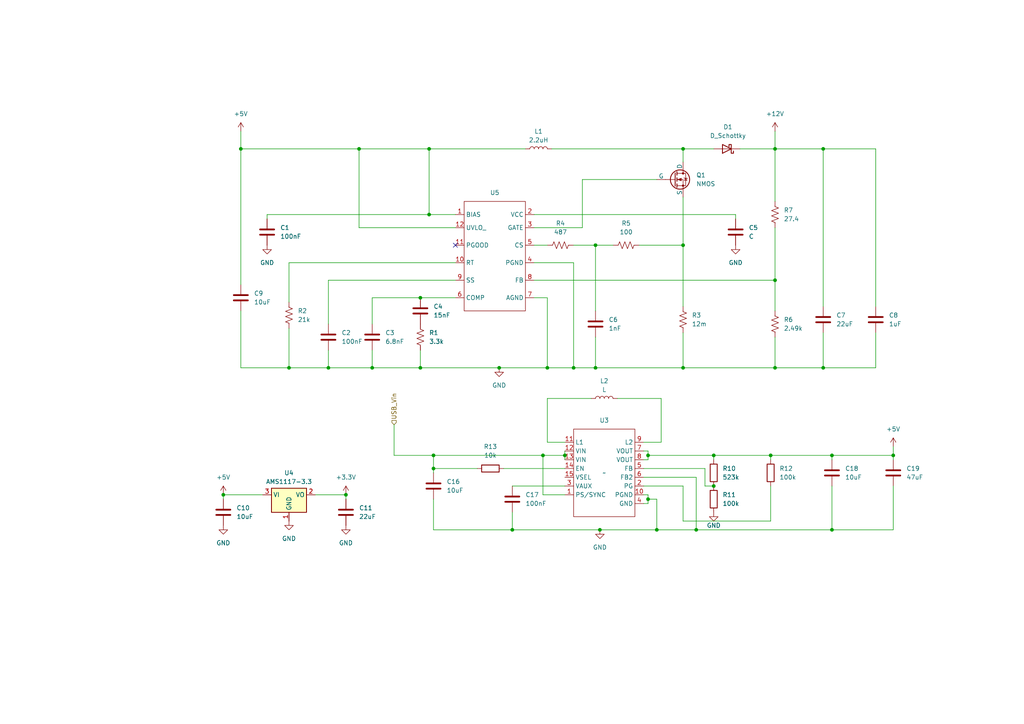
<source format=kicad_sch>
(kicad_sch (version 20230121) (generator eeschema)
  (paper "A4")
  (lib_symbols
    (symbol "Device:C" (pin_numbers hide) (pin_names (offset 0.254))
      (property "Reference" "C" (at 0.635 2.54 0))
      (property "Value" "C" (at 0.635 -2.54 0))
      (symbol "C_0_1"
        (polyline (pts (xy -2.032 -0.762) (xy 2.032 -0.762)) (stroke (width 0.508)))
        (polyline (pts (xy -2.032 0.762) (xy 2.032 0.762)) (stroke (width 0.508)))
      )
      (symbol "C_1_1"
        (pin passive line (at 0 3.81 270) (length 2.794) (name "~") (number "1"))
        (pin passive line (at 0 -3.81 90) (length 2.794) (name "~") (number "2"))
      )
    )
    (symbol "Device:D_Schottky" (pin_numbers hide) (pin_names (offset 1.016) hide)
      (property "Reference" "D" (at 0 2.54 0))
      (property "Value" "D_Schottky" (at 0 -2.54 0))
      (symbol "D_Schottky_0_1"
        (polyline (pts (xy 1.27 0) (xy -1.27 0)))
        (polyline (pts (xy 1.27 1.27) (xy 1.27 -1.27) (xy -1.27 0) (xy 1.27 1.27)) (stroke (width 0.254)))
        (polyline (pts (xy -1.905 0.635) (xy -1.905 1.27) (xy -1.27 1.27) (xy -1.27 -1.27) (xy -0.635 -1.27) (xy -0.635 -0.635)) (stroke (width 0.254)))
      )
      (symbol "D_Schottky_1_1"
        (pin passive line (at -3.81 0 0) (length 2.54) (name "K") (number "1"))
        (pin passive line (at 3.81 0 180) (length 2.54) (name "A") (number "2"))
      )
    )
    (symbol "Device:L" (pin_numbers hide) (pin_names (offset 1.016) hide)
      (property "Reference" "L" (at -1.27 0 90))
      (property "Value" "L" (at 1.905 0 90))
      (symbol "L_0_1"
        (arc (start 0 -2.54) (mid 0.6323 -1.905) (end 0 -1.27))
        (arc (start 0 -1.27) (mid 0.6323 -0.635) (end 0 0))
        (arc (start 0 0) (mid 0.6323 0.635) (end 0 1.27))
        (arc (start 0 1.27) (mid 0.6323 1.905) (end 0 2.54))
      )
      (symbol "L_1_1"
        (pin passive line (at 0 3.81 270) (length 1.27) (name "1") (number "1"))
        (pin passive line (at 0 -3.81 90) (length 1.27) (name "2") (number "2"))
      )
    )
    (symbol "Device:R" (pin_numbers hide) (pin_names (offset 0))
      (property "Reference" "R" (at 2.032 0 90))
      (property "Value" "R" (at 0 0 90))
      (symbol "R_0_1"
        (rectangle (start -1.016 -2.54) (end 1.016 2.54) (stroke (width 0.254)))
      )
      (symbol "R_1_1"
        (pin passive line (at 0 3.81 270) (length 1.27) (name "~") (number "1"))
        (pin passive line (at 0 -3.81 90) (length 1.27) (name "~") (number "2"))
      )
    )
    (symbol "Device:R_US" (pin_numbers hide) (pin_names (offset 0))
      (property "Reference" "R" (at 2.54 0 90))
      (property "Value" "R_US" (at -2.54 0 90))
      (symbol "R_US_0_1"
        (polyline (pts (xy 0 -2.286) (xy 0 -2.54)))
        (polyline (pts (xy 0 2.286) (xy 0 2.54)))
        (polyline (pts (xy 0 -0.762) (xy 1.016 -1.143) (xy 0 -1.524) (xy -1.016 -1.905) (xy 0 -2.286)))
        (polyline (pts (xy 0 0.762) (xy 1.016 0.381) (xy 0 0) (xy -1.016 -0.381) (xy 0 -0.762)))
        (polyline (pts (xy 0 2.286) (xy 1.016 1.905) (xy 0 1.524) (xy -1.016 1.143) (xy 0 0.762)))
      )
      (symbol "R_US_1_1"
        (pin passive line (at 0 3.81 270) (length 1.27) (name "~") (number "1"))
        (pin passive line (at 0 -3.81 90) (length 1.27) (name "~") (number "2"))
      )
    )
    (symbol "OSMI-parts:LM51551DSS"
      (property "Reference" "U" (at 0 2.54 0))
      (symbol "LM51551DSS_1_1"
        (rectangle (start -8.89 17.78) (end 8.89 -13.97))
        (pin power_in line (at -11.43 13.97 0) (length 2.54) (name "BIAS") (number "1"))
        (pin input line (at -11.43 0 0) (length 2.54) (name "RT") (number "10"))
        (pin output line (at -11.43 5.08 0) (length 2.54) (name "PGOOD") (number "11"))
        (pin input line (at -11.43 10.16 0) (length 2.54) (name "UVLO_") (number "12"))
        (pin power_out line (at 11.43 13.97 180) (length 2.54) (name "VCC") (number "2"))
        (pin output line (at 11.43 10.16 180) (length 2.54) (name "GATE") (number "3"))
        (pin power_in line (at 11.43 0 180) (length 2.54) (name "PGND") (number "4"))
        (pin input line (at 11.43 5.08 180) (length 2.54) (name "CS") (number "5"))
        (pin output line (at -11.43 -10.16 0) (length 2.54) (name "COMP") (number "6"))
        (pin power_in line (at 11.43 -10.16 180) (length 2.54) (name "AGND") (number "7"))
        (pin input line (at 11.43 -5.08 180) (length 2.54) (name "FB") (number "8"))
        (pin input line (at -11.43 -5.08 0) (length 2.54) (name "SS") (number "9"))
      )
    )
    (symbol "OSMI-parts:TPS63070RNM"
      (property "Reference" "U" (at 0 0 0))
      (symbol "TPS63070RNM_0_1"
        (rectangle (start -8.89 12.7) (end 8.89 -12.7))
      )
      (symbol "TPS63070RNM_1_1"
        (pin input line (at -11.43 -6.35 0) (length 2.54) (name "PS/SYNC") (number "1"))
        (pin output line (at 11.43 -6.35 180) (length 2.54) (name "PGND") (number "10"))
        (pin input line (at -11.43 8.89 0) (length 2.54) (name "L1") (number "11"))
        (pin input line (at -11.43 6.35 0) (length 2.54) (name "VIN") (number "12"))
        (pin input line (at -11.43 3.81 0) (length 2.54) (name "VIN") (number "13"))
        (pin input line (at -11.43 1.27 0) (length 2.54) (name "EN") (number "14"))
        (pin input line (at -11.43 -1.27 0) (length 2.54) (name "VSEL") (number "15"))
        (pin output line (at 11.43 -3.81 180) (length 2.54) (name "PG") (number "2"))
        (pin output line (at -11.43 -3.81 0) (length 2.54) (name "VAUX") (number "3"))
        (pin power_in line (at 11.43 -8.89 180) (length 2.54) (name "GND") (number "4"))
        (pin input line (at 11.43 1.27 180) (length 2.54) (name "FB") (number "5"))
        (pin output line (at 11.43 -1.27 180) (length 2.54) (name "FB2") (number "6"))
        (pin output line (at 11.43 6.35 180) (length 2.54) (name "VOUT") (number "7"))
        (pin output line (at 11.43 3.81 180) (length 2.54) (name "VOUT") (number "8"))
        (pin input line (at 11.43 8.89 180) (length 2.54) (name "L2") (number "9"))
      )
    )
    (symbol "Regulator_Linear:AMS1117-3.3"
      (property "Reference" "U" (at -3.81 3.175 0))
      (property "Value" "AMS1117-3.3" (at 0 3.175 0))
      (symbol "AMS1117-3.3_0_1"
        (rectangle (start -5.08 -5.08) (end 5.08 1.905) (stroke (width 0.254)) (fill (type background)))
      )
      (symbol "AMS1117-3.3_1_1"
        (pin power_in line (at 0 -7.62 90) (length 2.54) (name "GND") (number "1"))
        (pin power_out line (at 7.62 0 180) (length 2.54) (name "VO") (number "2"))
        (pin power_in line (at -7.62 0 0) (length 2.54) (name "VI") (number "3"))
      )
    )
    (symbol "Simulation_SPICE:NMOS" (pin_numbers hide) (pin_names (offset 0))
      (property "Reference" "Q" (at 5.08 1.27 0))
      (property "Value" "NMOS" (at 5.08 -1.27 0))
      (symbol "NMOS_0_1"
        (polyline (pts (xy 0.254 0) (xy -2.54 0)))
        (polyline (pts (xy 0.254 1.905) (xy 0.254 -1.905)) (stroke (width 0.254)))
        (polyline (pts (xy 0.762 -1.27) (xy 0.762 -2.286)) (stroke (width 0.254)))
        (polyline (pts (xy 0.762 0.508) (xy 0.762 -0.508)) (stroke (width 0.254)))
        (polyline (pts (xy 0.762 2.286) (xy 0.762 1.27)) (stroke (width 0.254)))
        (polyline (pts (xy 2.54 2.54) (xy 2.54 1.778)))
        (polyline (pts (xy 2.54 -2.54) (xy 2.54 0) (xy 0.762 0)))
        (polyline (pts (xy 0.762 -1.778) (xy 3.302 -1.778) (xy 3.302 1.778) (xy 0.762 1.778)))
        (polyline (pts (xy 1.016 0) (xy 2.032 0.381) (xy 2.032 -0.381) (xy 1.016 0)) (fill (type outline)))
        (polyline (pts (xy 2.794 0.508) (xy 2.921 0.381) (xy 3.683 0.381) (xy 3.81 0.254)))
        (polyline (pts (xy 3.302 0.381) (xy 2.921 -0.254) (xy 3.683 -0.254) (xy 3.302 0.381)))
        (circle (center 1.651 0) (radius 2.794) (stroke (width 0.254)))
        (circle (center 2.54 -1.778) (radius 0.254) (fill (type outline)))
        (circle (center 2.54 1.778) (radius 0.254) (fill (type outline)))
      )
      (symbol "NMOS_1_1"
        (pin passive line (at 2.54 5.08 270) (length 2.54) (name "D") (number "1"))
        (pin input line (at -5.08 0 0) (length 2.54) (name "G") (number "2"))
        (pin passive line (at 2.54 -5.08 90) (length 2.54) (name "S") (number "3"))
      )
    )
    (symbol "power:+12V" (power) (pin_names (offset 0))
      (property "Value" "+12V" (at 0 3.556 0))
      (symbol "+12V_0_1"
        (polyline (pts (xy -0.762 1.27) (xy 0 2.54)))
        (polyline (pts (xy 0 0) (xy 0 2.54)))
        (polyline (pts (xy 0 2.54) (xy 0.762 1.27)))
      )
      (symbol "+12V_1_1"
        (pin power_in line (at 0 0 90) (length 0) hide (name "+12V") (number "1"))
      )
    )
    (symbol "power:+3.3V" (power) (pin_names (offset 0))
      (property "Value" "+3.3V" (at 0 3.556 0))
      (symbol "+3.3V_0_1"
        (polyline (pts (xy -0.762 1.27) (xy 0 2.54)))
        (polyline (pts (xy 0 0) (xy 0 2.54)))
        (polyline (pts (xy 0 2.54) (xy 0.762 1.27)))
      )
      (symbol "+3.3V_1_1"
        (pin power_in line (at 0 0 90) (length 0) hide (name "+3.3V") (number "1"))
      )
    )
    (symbol "power:+5V" (power) (pin_names (offset 0))
      (property "Value" "+5V" (at 0 3.556 0))
      (symbol "+5V_0_1"
        (polyline (pts (xy -0.762 1.27) (xy 0 2.54)))
        (polyline (pts (xy 0 0) (xy 0 2.54)))
        (polyline (pts (xy 0 2.54) (xy 0.762 1.27)))
      )
      (symbol "+5V_1_1"
        (pin power_in line (at 0 0 90) (length 0) hide (name "+5V") (number "1"))
      )
    )
    (symbol "power:GND" (power) (pin_names (offset 0))
      (property "Value" "GND" (at 0 -3.81 0))
      (symbol "GND_0_1"
        (polyline (pts (xy 0 0) (xy 0 -1.27) (xy 1.27 -1.27) (xy 0 -2.54) (xy -1.27 -1.27) (xy 0 -1.27)))
      )
      (symbol "GND_1_1"
        (pin power_in line (at 0 0 270) (length 0) hide (name "GND") (number "1"))
      )
    )
  )
  (junction (at 125.73 135.89))
  (junction (at 223.52 132.08))
  (junction (at 100.33 143.51))
  (junction (at 163.83 132.08))
  (junction (at 207.01 132.08))
  (junction (at 187.96 144.78))
  (junction (at 64.77 143.51))
  (junction (at 166.37 106.68))
  (junction (at 125.73 132.08))
  (junction (at 95.25 106.68))
  (junction (at 241.3 153.67))
  (junction (at 121.92 86.36))
  (junction (at 198.12 106.68))
  (junction (at 172.72 106.68))
  (junction (at 83.82 106.68))
  (junction (at 124.46 62.23))
  (junction (at 104.14 43.18))
  (junction (at 172.72 71.12))
  (junction (at 158.75 106.68))
  (junction (at 224.79 106.68))
  (junction (at 259.08 132.08))
  (junction (at 198.12 43.18))
  (junction (at 187.96 132.08))
  (junction (at 190.5 153.67))
  (junction (at 173.99 153.67))
  (junction (at 238.76 43.18))
  (junction (at 124.46 43.18))
  (junction (at 241.3 132.08))
  (junction (at 148.59 153.67))
  (junction (at 121.92 106.68))
  (junction (at 198.12 71.12))
  (junction (at 144.78 106.68))
  (junction (at 107.95 106.68))
  (junction (at 224.79 81.28))
  (junction (at 157.48 132.08))
  (junction (at 201.93 153.67))
  (junction (at 224.79 43.18))
  (junction (at 238.76 106.68))
  (junction (at 207.01 140.97))
  (junction (at 69.85 43.18))
  (no_connect (at 132.08 71.12))
  (wire (pts (xy 254 43.18) (xy 254 88.9)))
  (wire (pts (xy 163.83 132.08) (xy 163.83 133.35)))
  (wire (pts (xy 223.52 151.13) (xy 223.52 140.97)))
  (wire (pts (xy 190.5 153.67) (xy 201.93 153.67)))
  (wire (pts (xy 154.94 76.2) (xy 166.37 76.2)))
  (wire (pts (xy 132.08 76.2) (xy 83.82 76.2)))
  (wire (pts (xy 190.5 52.07) (xy 168.91 52.07)))
  (wire (pts (xy 172.72 106.68) (xy 198.12 106.68)))
  (wire (pts (xy 224.79 106.68) (xy 238.76 106.68)))
  (wire (pts (xy 207.01 132.08) (xy 223.52 132.08)))
  (wire (pts (xy 64.77 143.51) (xy 64.77 144.78)))
  (wire (pts (xy 259.08 153.67) (xy 259.08 140.97)))
  (wire (pts (xy 148.59 153.67) (xy 173.99 153.67)))
  (wire (pts (xy 214.63 43.18) (xy 224.79 43.18)))
  (wire (pts (xy 107.95 86.36) (xy 107.95 93.98)))
  (wire (pts (xy 168.91 52.07) (xy 168.91 66.04)))
  (wire (pts (xy 179.07 115.57) (xy 191.77 115.57)))
  (wire (pts (xy 160.02 43.18) (xy 198.12 43.18)))
  (wire (pts (xy 125.73 153.67) (xy 148.59 153.67)))
  (wire (pts (xy 186.69 138.43) (xy 201.93 138.43)))
  (wire (pts (xy 107.95 101.6) (xy 107.95 106.68)))
  (wire (pts (xy 148.59 140.97) (xy 163.83 140.97)))
  (wire (pts (xy 95.25 101.6) (xy 95.25 106.68)))
  (wire (pts (xy 124.46 43.18) (xy 104.14 43.18)))
  (wire (pts (xy 154.94 62.23) (xy 213.36 62.23)))
  (wire (pts (xy 125.73 144.78) (xy 125.73 153.67)))
  (wire (pts (xy 241.3 132.08) (xy 223.52 132.08)))
  (wire (pts (xy 124.46 62.23) (xy 77.47 62.23)))
  (wire (pts (xy 198.12 43.18) (xy 207.01 43.18)))
  (wire (pts (xy 158.75 128.27) (xy 158.75 115.57)))
  (wire (pts (xy 100.33 143.51) (xy 100.33 144.78)))
  (wire (pts (xy 259.08 132.08) (xy 241.3 132.08)))
  (wire (pts (xy 158.75 115.57) (xy 171.45 115.57)))
  (wire (pts (xy 158.75 86.36) (xy 158.75 106.68)))
  (wire (pts (xy 198.12 96.52) (xy 198.12 106.68)))
  (wire (pts (xy 241.3 153.67) (xy 241.3 140.97)))
  (wire (pts (xy 157.48 132.08) (xy 125.73 132.08)))
  (wire (pts (xy 132.08 62.23) (xy 124.46 62.23)))
  (wire (pts (xy 241.3 132.08) (xy 241.3 133.35)))
  (wire (pts (xy 207.01 132.08) (xy 207.01 133.35)))
  (wire (pts (xy 132.08 66.04) (xy 104.14 66.04)))
  (wire (pts (xy 238.76 43.18) (xy 254 43.18)))
  (wire (pts (xy 146.05 135.89) (xy 163.83 135.89)))
  (wire (pts (xy 213.36 62.23) (xy 213.36 63.5)))
  (wire (pts (xy 187.96 130.81) (xy 187.96 132.08)))
  (wire (pts (xy 95.25 81.28) (xy 95.25 93.98)))
  (wire (pts (xy 69.85 90.17) (xy 69.85 106.68)))
  (wire (pts (xy 69.85 38.1) (xy 69.85 43.18)))
  (wire (pts (xy 187.96 132.08) (xy 187.96 133.35)))
  (wire (pts (xy 121.92 101.6) (xy 121.92 106.68)))
  (wire (pts (xy 198.12 46.99) (xy 198.12 43.18)))
  (wire (pts (xy 224.79 66.04) (xy 224.79 81.28)))
  (wire (pts (xy 154.94 86.36) (xy 158.75 86.36)))
  (wire (pts (xy 95.25 106.68) (xy 107.95 106.68)))
  (wire (pts (xy 224.79 38.1) (xy 224.79 43.18)))
  (wire (pts (xy 132.08 86.36) (xy 121.92 86.36)))
  (wire (pts (xy 163.83 143.51) (xy 157.48 143.51)))
  (wire (pts (xy 187.96 146.05) (xy 186.69 146.05)))
  (wire (pts (xy 198.12 106.68) (xy 224.79 106.68)))
  (wire (pts (xy 125.73 132.08) (xy 114.3 132.08)))
  (wire (pts (xy 166.37 106.68) (xy 172.72 106.68)))
  (wire (pts (xy 91.44 143.51) (xy 100.33 143.51)))
  (wire (pts (xy 166.37 76.2) (xy 166.37 106.68)))
  (wire (pts (xy 198.12 140.97) (xy 198.12 151.13)))
  (wire (pts (xy 76.2 143.51) (xy 64.77 143.51)))
  (wire (pts (xy 204.47 140.97) (xy 204.47 135.89)))
  (wire (pts (xy 224.79 43.18) (xy 224.79 58.42)))
  (wire (pts (xy 198.12 71.12) (xy 198.12 88.9)))
  (wire (pts (xy 104.14 66.04) (xy 104.14 43.18)))
  (wire (pts (xy 201.93 138.43) (xy 201.93 153.67)))
  (wire (pts (xy 223.52 132.08) (xy 223.52 133.35)))
  (wire (pts (xy 148.59 148.59) (xy 148.59 153.67)))
  (wire (pts (xy 121.92 86.36) (xy 107.95 86.36)))
  (wire (pts (xy 186.69 140.97) (xy 198.12 140.97)))
  (wire (pts (xy 121.92 106.68) (xy 144.78 106.68)))
  (wire (pts (xy 125.73 135.89) (xy 125.73 137.16)))
  (wire (pts (xy 191.77 115.57) (xy 191.77 128.27)))
  (wire (pts (xy 198.12 151.13) (xy 223.52 151.13)))
  (wire (pts (xy 163.83 132.08) (xy 157.48 132.08)))
  (wire (pts (xy 152.4 43.18) (xy 124.46 43.18)))
  (wire (pts (xy 187.96 144.78) (xy 190.5 144.78)))
  (wire (pts (xy 83.82 76.2) (xy 83.82 87.63)))
  (wire (pts (xy 83.82 106.68) (xy 95.25 106.68)))
  (wire (pts (xy 190.5 144.78) (xy 190.5 153.67)))
  (wire (pts (xy 224.79 43.18) (xy 238.76 43.18)))
  (wire (pts (xy 138.43 135.89) (xy 125.73 135.89)))
  (wire (pts (xy 186.69 143.51) (xy 187.96 143.51)))
  (wire (pts (xy 254 106.68) (xy 254 96.52)))
  (wire (pts (xy 259.08 129.54) (xy 259.08 132.08)))
  (wire (pts (xy 224.79 90.17) (xy 224.79 81.28)))
  (wire (pts (xy 77.47 62.23) (xy 77.47 63.5)))
  (wire (pts (xy 204.47 135.89) (xy 186.69 135.89)))
  (wire (pts (xy 163.83 128.27) (xy 158.75 128.27)))
  (wire (pts (xy 187.96 132.08) (xy 207.01 132.08)))
  (wire (pts (xy 69.85 106.68) (xy 83.82 106.68)))
  (wire (pts (xy 172.72 90.17) (xy 172.72 71.12)))
  (wire (pts (xy 166.37 71.12) (xy 172.72 71.12)))
  (wire (pts (xy 186.69 130.81) (xy 187.96 130.81)))
  (wire (pts (xy 185.42 71.12) (xy 198.12 71.12)))
  (wire (pts (xy 154.94 71.12) (xy 158.75 71.12)))
  (wire (pts (xy 83.82 95.25) (xy 83.82 106.68)))
  (wire (pts (xy 124.46 62.23) (xy 124.46 43.18)))
  (wire (pts (xy 238.76 96.52) (xy 238.76 106.68)))
  (wire (pts (xy 172.72 97.79) (xy 172.72 106.68)))
  (wire (pts (xy 69.85 43.18) (xy 69.85 82.55)))
  (wire (pts (xy 104.14 43.18) (xy 69.85 43.18)))
  (wire (pts (xy 172.72 71.12) (xy 177.8 71.12)))
  (wire (pts (xy 132.08 81.28) (xy 95.25 81.28)))
  (wire (pts (xy 198.12 57.15) (xy 198.12 71.12)))
  (wire (pts (xy 144.78 106.68) (xy 158.75 106.68)))
  (wire (pts (xy 125.73 132.08) (xy 125.73 135.89)))
  (wire (pts (xy 201.93 153.67) (xy 241.3 153.67)))
  (wire (pts (xy 187.96 143.51) (xy 187.96 144.78)))
  (wire (pts (xy 168.91 66.04) (xy 154.94 66.04)))
  (wire (pts (xy 207.01 140.97) (xy 204.47 140.97)))
  (wire (pts (xy 238.76 106.68) (xy 254 106.68)))
  (wire (pts (xy 158.75 106.68) (xy 166.37 106.68)))
  (wire (pts (xy 173.99 153.67) (xy 190.5 153.67)))
  (wire (pts (xy 114.3 123.19) (xy 114.3 132.08)))
  (wire (pts (xy 224.79 97.79) (xy 224.79 106.68)))
  (wire (pts (xy 154.94 81.28) (xy 224.79 81.28)))
  (wire (pts (xy 157.48 143.51) (xy 157.48 132.08)))
  (wire (pts (xy 107.95 106.68) (xy 121.92 106.68)))
  (wire (pts (xy 187.96 133.35) (xy 186.69 133.35)))
  (wire (pts (xy 187.96 144.78) (xy 187.96 146.05)))
  (wire (pts (xy 191.77 128.27) (xy 186.69 128.27)))
  (wire (pts (xy 259.08 132.08) (xy 259.08 133.35)))
  (wire (pts (xy 241.3 153.67) (xy 259.08 153.67)))
  (wire (pts (xy 238.76 43.18) (xy 238.76 88.9)))
  (wire (pts (xy 163.83 130.81) (xy 163.83 132.08)))
  (hierarchical_label "USB_Vin" (shape input) (at 114.3 123.19 90))
  (symbol (lib_id "power:+3.3V") (at 100.33 143.51 0) (unit 1)
    (property "Reference" "#PWR026" (effects hide))
    (property "Value" "+3.3V" (at 100.33 138.43 0))
  )
  (symbol (lib_id "Device:C") (at 77.47 67.31 180) (unit 1)
    (property "Reference" "C1" (at 81.28 66.04 0) (effects (justify right)))
    (property "Value" "100nF" (at 81.28 68.58 0) (effects (justify right)))
  )
  (symbol (lib_id "Device:R_US") (at 121.92 97.79 180) (unit 1)
    (property "Reference" "R1" (at 124.46 96.52 0) (effects (justify right)))
    (property "Value" "3.3k" (at 124.46 99.06 0) (effects (justify right)))
  )
  (symbol (lib_id "Device:L") (at 156.21 43.18 90) (unit 1)
    (property "Reference" "L1" (at 156.21 38.1 90))
    (property "Value" "2.2uH" (at 156.21 40.64 90))
    (property "Datasheet" "http://www.coilcraft.com/pdfs/xal50xx.pdf" (effects hide))
  )
  (symbol (lib_id "Device:D_Schottky") (at 210.82 43.18 180) (unit 1)
    (property "Reference" "D1" (at 211.1375 36.83 0))
    (property "Value" "D_Schottky" (at 211.1375 39.37 0))
    (property "Datasheet" "https://www.vishay.com/docs/88742/sl42.pdf" (effects hide))
  )
  (symbol (lib_id "power:+12V") (at 224.79 38.1 0) (unit 1)
    (property "Reference" "#PWR08" (effects hide))
    (property "Value" "+12V" (at 224.79 33.02 0))
  )
  (symbol (lib_id "Device:R") (at 142.24 135.89 90) (unit 1)
    (property "Reference" "R13" (at 142.24 129.54 90))
    (property "Value" "10k" (at 142.24 132.08 90))
  )
  (symbol (lib_id "power:+5V") (at 64.77 143.51 0) (unit 1)
    (property "Reference" "#PWR025" (effects hide))
    (property "Value" "+5V" (at 64.77 138.43 0))
  )
  (symbol (lib_id "Device:C") (at 238.76 92.71 180) (unit 1)
    (property "Reference" "C7" (at 242.57 91.44 0) (effects (justify right)))
    (property "Value" "22uF" (at 242.57 93.98 0) (effects (justify right)))
  )
  (symbol (lib_id "power:GND") (at 144.78 106.68 0) (unit 1)
    (property "Reference" "#PWR021" (effects hide))
    (property "Value" "GND" (at 144.78 111.76 0))
  )
  (symbol (lib_id "Device:C") (at 95.25 97.79 180) (unit 1)
    (property "Reference" "C2" (at 99.06 96.52 0) (effects (justify right)))
    (property "Value" "100nF" (at 99.06 99.06 0) (effects (justify right)))
  )
  (symbol (lib_id "Device:R_US") (at 198.12 92.71 180) (unit 1)
    (property "Reference" "R3" (at 200.66 91.44 0) (effects (justify right)))
    (property "Value" "12m" (at 200.66 93.98 0) (effects (justify right)))
  )
  (symbol (lib_id "power:GND") (at 173.99 153.67 0) (unit 1)
    (property "Reference" "#PWR035" (effects hide))
    (property "Value" "GND" (at 173.99 158.75 0))
  )
  (symbol (lib_id "Device:R_US") (at 181.61 71.12 270) (unit 1)
    (property "Reference" "R5" (at 181.61 64.77 90))
    (property "Value" "100" (at 181.61 67.31 90))
  )
  (symbol (lib_id "Device:R_US") (at 83.82 91.44 180) (unit 1)
    (property "Reference" "R2" (at 86.36 90.17 0) (effects (justify right)))
    (property "Value" "21k" (at 86.36 92.71 0) (effects (justify right)))
  )
  (symbol (lib_id "Device:C") (at 213.36 67.31 180) (unit 1)
    (property "Reference" "C5" (at 217.17 66.04 0) (effects (justify right)))
    (property "Value" "C" (at 217.17 68.58 0) (effects (justify right)))
  )
  (symbol (lib_id "power:GND") (at 64.77 152.4 0) (unit 1)
    (property "Reference" "#PWR024" (effects hide))
    (property "Value" "GND" (at 64.77 157.48 0))
  )
  (symbol (lib_id "Device:C") (at 125.73 140.97 0) (unit 1)
    (property "Reference" "C16" (at 129.54 139.7 0) (effects (justify left)))
    (property "Value" "10uF" (at 129.54 142.24 0) (effects (justify left)))
  )
  (symbol (lib_id "Device:R") (at 207.01 144.78 0) (unit 1)
    (property "Reference" "R11" (at 209.55 143.51 0) (effects (justify left)))
    (property "Value" "100k" (at 209.55 146.05 0) (effects (justify left)))
  )
  (symbol (lib_id "Device:C") (at 259.08 137.16 0) (unit 1)
    (property "Reference" "C19" (at 262.89 135.89 0) (effects (justify left)))
    (property "Value" "47uF" (at 262.89 138.43 0) (effects (justify left)))
  )
  (symbol (lib_id "Device:C") (at 107.95 97.79 180) (unit 1)
    (property "Reference" "C3" (at 111.76 96.52 0) (effects (justify right)))
    (property "Value" "6.8nF" (at 111.76 99.06 0) (effects (justify right)))
  )
  (symbol (lib_id "Device:R_US") (at 162.56 71.12 270) (unit 1)
    (property "Reference" "R4" (at 162.56 64.77 90))
    (property "Value" "487" (at 162.56 67.31 90))
  )
  (symbol (lib_id "power:+5V") (at 69.85 38.1 0) (unit 1)
    (property "Reference" "#PWR012" (effects hide))
    (property "Value" "+5V" (at 69.85 33.02 0))
  )
  (symbol (lib_id "Device:C") (at 241.3 137.16 0) (unit 1)
    (property "Reference" "C18" (at 245.11 135.89 0) (effects (justify left)))
    (property "Value" "10uF" (at 245.11 138.43 0) (effects (justify left)))
  )
  (symbol (lib_id "Device:L") (at 175.26 115.57 90) (unit 1)
    (property "Reference" "L2" (at 175.26 110.49 90))
    (property "Value" "L" (at 175.26 113.03 90))
  )
  (symbol (lib_id "Regulator_Linear:AMS1117-3.3") (at 83.82 143.51 0) (unit 1)
    (property "Reference" "U4" (at 83.82 137.16 0))
    (property "Value" "AMS1117-3.3" (at 83.82 139.7 0))
    (property "Footprint" "Package_TO_SOT_SMD:SOT-223-3_TabPin2" (effects hide))
    (property "Datasheet" "http://www.advanced-monolithic.com/pdf/ds1117.pdf" (effects hide))
  )
  (symbol (lib_id "Device:C") (at 172.72 93.98 180) (unit 1)
    (property "Reference" "C6" (at 176.53 92.71 0) (effects (justify right)))
    (property "Value" "1nF" (at 176.53 95.25 0) (effects (justify right)))
  )
  (symbol (lib_id "Device:R_US") (at 224.79 93.98 180) (unit 1)
    (property "Reference" "R6" (at 227.33 92.71 0) (effects (justify right)))
    (property "Value" "2.49k" (at 227.33 95.25 0) (effects (justify right)))
  )
  (symbol (lib_id "power:GND") (at 207.01 148.59 0) (unit 1)
    (property "Reference" "#PWR034" (effects hide))
    (property "Value" "GND" (at 207.01 152.4 0))
  )
  (symbol (lib_id "Device:R") (at 207.01 137.16 0) (unit 1)
    (property "Reference" "R10" (at 209.55 135.89 0) (effects (justify left)))
    (property "Value" "523k" (at 209.55 138.43 0) (effects (justify left)))
  )
  (symbol (lib_id "power:GND") (at 83.82 151.13 0) (unit 1)
    (property "Reference" "#PWR022" (effects hide))
    (property "Value" "GND" (at 83.82 156.21 0))
  )
  (symbol (lib_id "power:+5V") (at 259.08 129.54 0) (unit 1)
    (property "Reference" "#PWR036" (effects hide))
    (property "Value" "+5V" (at 259.08 124.46 0))
  )
  (symbol (lib_id "Device:C") (at 100.33 148.59 0) (unit 1)
    (property "Reference" "C11" (at 104.14 147.32 0) (effects (justify left)))
    (property "Value" "22uF" (at 104.14 149.86 0) (effects (justify left)))
  )
  (symbol (lib_id "OSMI-parts:TPS63070RNM") (at 175.26 137.16 0) (unit 1)
    (property "Reference" "U3" (at 175.26 121.92 0))
    (property "Value" "~" (at 175.26 137.16 0))
    (property "Datasheet" "https://www.ti.com/lit/ds/symlink/tps63070.pdf?ts=1705665685909&ref_url=https%253A%252F%252Fhu.mouser.com%252F" (effects hide))
  )
  (symbol (lib_id "Simulation_SPICE:NMOS") (at 195.58 52.07 0) (unit 1)
    (property "Reference" "Q1" (at 201.93 50.8 0) (effects (justify left)))
    (property "Value" "NMOS" (at 201.93 53.34 0) (effects (justify left)))
    (property "Datasheet" "https://www.ti.com/lit/ds/symlink/csd17571q2.pdf?HQS=dis-dk-null-digikeymode-dsf-pf-null-wwe&ts=1705633130083&ref_url=https%253A%252F%252Fwww.ti.com%252Fgeneral%252Fdocs%252Fsuppproductinfo.tsp%253FdistId%253D10%2526gotoUrl%253Dhttps%253A%252F%252Fwww.ti.com%252Flit%252Fgpn%252Fcsd17571q2" (effects hide))
    (property "Sim.Device" "NMOS" (effects hide))
    (property "Sim.Type" "VDMOS" (effects hide))
    (property "Sim.Pins" "1=D 2=G 3=S" (effects hide))
  )
  (symbol (lib_id "power:GND") (at 213.36 71.12 0) (unit 1)
    (property "Reference" "#PWR09" (effects hide))
    (property "Value" "GND" (at 213.36 76.2 0))
  )
  (symbol (lib_id "Device:C") (at 254 92.71 180) (unit 1)
    (property "Reference" "C8" (at 257.81 91.44 0) (effects (justify right)))
    (property "Value" "1uF" (at 257.81 93.98 0) (effects (justify right)))
  )
  (symbol (lib_id "Device:C") (at 148.59 144.78 0) (unit 1)
    (property "Reference" "C17" (at 152.4 143.51 0) (effects (justify left)))
    (property "Value" "100nF" (at 152.4 146.05 0) (effects (justify left)))
  )
  (symbol (lib_id "power:GND") (at 77.47 71.12 0) (unit 1)
    (property "Reference" "#PWR010" (effects hide))
    (property "Value" "GND" (at 77.47 76.2 0))
  )
  (symbol (lib_id "Device:C") (at 64.77 148.59 0) (unit 1)
    (property "Reference" "C10" (at 68.58 147.32 0) (effects (justify left)))
    (property "Value" "10uF" (at 68.58 149.86 0) (effects (justify left)))
  )
  (symbol (lib_id "OSMI-parts:LM51551DSS") (at 143.51 76.2 0) (unit 1)
    (property "Reference" "U5" (at 143.51 55.88 0))
    (property "Footprint" "Package_SON:WSON-12-1EP_3x2mm_P0.5mm_EP1x2.65_ThermalVias" (effects hide))
    (property "Datasheet" "https://www.ti.com/lit/ds/symlink/lm51551.pdf" (effects hide))
  )
  (symbol (lib_id "Device:R") (at 223.52 137.16 0) (unit 1)
    (property "Reference" "R12" (at 226.06 135.89 0) (effects (justify left)))
    (property "Value" "100k" (at 226.06 138.43 0) (effects (justify left)))
  )
  (symbol (lib_id "power:GND") (at 100.33 152.4 0) (unit 1)
    (property "Reference" "#PWR023" (effects hide))
    (property "Value" "GND" (at 100.33 157.48 0))
  )
  (symbol (lib_id "Device:R_US") (at 224.79 62.23 180) (unit 1)
    (property "Reference" "R7" (at 227.33 60.96 0) (effects (justify right)))
    (property "Value" "27.4" (at 227.33 63.5 0) (effects (justify right)))
  )
  (symbol (lib_id "Device:C") (at 121.92 90.17 180) (unit 1)
    (property "Reference" "C4" (at 125.73 88.9 0) (effects (justify right)))
    (property "Value" "15nF" (at 125.73 91.44 0) (effects (justify right)))
  )
  (symbol (lib_id "Device:C") (at 69.85 86.36 180) (unit 1)
    (property "Reference" "C9" (at 73.66 85.09 0) (effects (justify right)))
    (property "Value" "10uF" (at 73.66 87.63 0) (effects (justify right)))
  )
)
</source>
